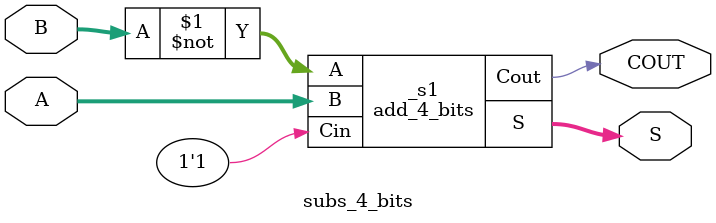
<source format=v>
module add_1_bit (
  input A1, B1, Cin,
  output S1, Cout
);
  assign {Cout, S1} = A1 + B1 + Cin;
endmodule

module add_2_bits ( A, B, Cin, S, Cout );
  input [1:0] A;
  input [1:0] B;
  input Cin;
  output [1:0] S;
  output Cout;
  wire c1;
  add_1_bit _s1(A[0], B[0], Cin, S[0], c1);
  add_1_bit _s2(A[1], B[1], c1, S[1], Cout);
endmodule

module add_4_bits (Cin, A, B, S, Cout);
  input [3:0] A;
  input [3:0] B;
  input Cin;
  output [3:0] S;
  output Cout;
  wire c1;
  add_2_bits _s1(A[1:0], B[1:0], Cin, S[1:0], c1);
  add_2_bits _s2(A[3:2], B[3:2], c1, S[3:2], Cout);
endmodule

module subs_4_bits ( A, B, S, COUT );
  input [3:0]A; 
  input [3:0]B; 
  output [3:0]S;
  output COUT;

  add_4_bits _s1(1'b1, ~B, A, S, COUT);
endmodule

</source>
